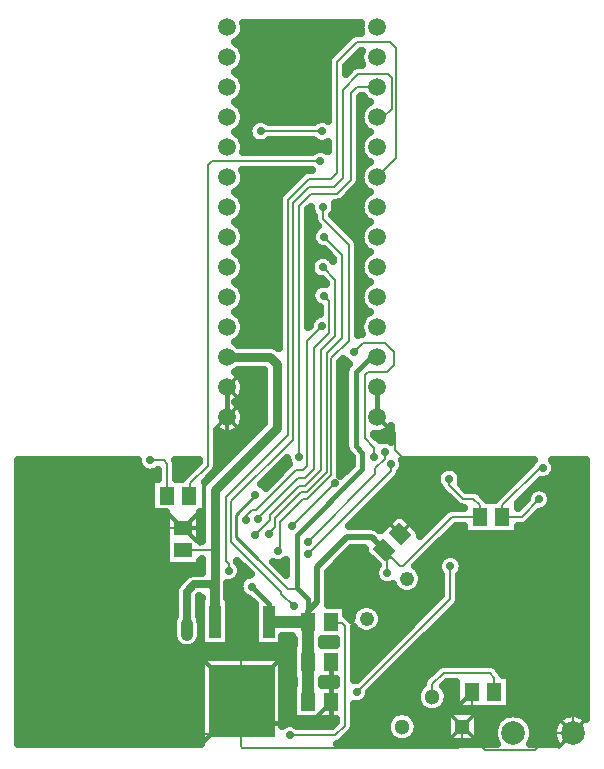
<source format=gbr>
G04 DipTrace 3.0.0.1*
G04 Bottom.gbr*
%MOIN*%
G04 #@! TF.FileFunction,Copper,L2,Bot*
G04 #@! TF.Part,Single*
%AMOUTLINE0*
4,1,4,
0.002783,-0.038974,
-0.038974,0.002783,
-0.002783,0.038974,
0.038974,-0.002783,
0.002783,-0.038974,
0*%
G04 #@! TA.AperFunction,Conductor*
%ADD10C,0.01*%
%ADD14C,0.007*%
%ADD16C,0.02*%
G04 #@! TA.AperFunction,CopperBalancing*
%ADD17C,0.025*%
G04 #@! TA.AperFunction,Conductor*
%ADD18C,0.04*%
%ADD19C,0.03*%
%ADD20C,0.03937*%
%ADD21C,0.018*%
%ADD22C,0.012*%
%ADD23C,0.015*%
G04 #@! TA.AperFunction,CopperBalancing*
%ADD24C,0.012992*%
G04 #@! TA.AperFunction,ComponentPad*
%ADD26C,0.059055*%
%ADD28R,0.03937X0.108268*%
%ADD29R,0.218504X0.242126*%
%ADD30R,0.059055X0.051181*%
%ADD31R,0.051181X0.059055*%
G04 #@! TA.AperFunction,ComponentPad*
%ADD33C,0.051181*%
%ADD34R,0.051181X0.051181*%
%ADD35C,0.07874*%
%ADD42C,0.048*%
G04 #@! TA.AperFunction,ViaPad*
%ADD43C,0.029*%
%ADD81OUTLINE0*%
%FSLAX26Y26*%
G04*
G70*
G90*
G75*
G01*
G04 Bottom*
%LPD*%
X871522Y1377690D2*
D14*
X915879D1*
X928871Y1364698D1*
Y1263123D1*
X925984Y1260236D1*
X993438Y832940D2*
D17*
Y939501D1*
X1018241Y964304D1*
X1072178D1*
X1083990Y952493D1*
Y841076D1*
X1086220Y838845D1*
X993438Y796457D2*
D18*
Y832940D1*
X1128084Y1721522D2*
D19*
X1270997D1*
X1293045Y1699475D1*
Y1485302D1*
X1086220Y1278478D1*
Y1077572D1*
Y838845D1*
X981102Y1077572D2*
D14*
X1086220D1*
X1265748Y838845D2*
D20*
X1305433D1*
D18*
X1397769D1*
Y706969D1*
X1398570Y706168D1*
Y573097D1*
X1397769Y838845D2*
D16*
Y875722D1*
X1427428Y905381D1*
Y1021522D1*
X1526772Y1120866D1*
X1609713D1*
X1652362Y1078215D1*
X1970735Y1189108D2*
D14*
X1876772D1*
X1713648Y1025984D1*
X1704594D1*
X1674104Y1056475D1*
X1652362Y1078215D1*
X1867717Y1315486D2*
Y1295801D1*
X1913123Y1250394D1*
X1948163D1*
X1970997Y1227559D1*
Y1189370D1*
X1970735Y1189108D1*
X1628084Y1721522D2*
D21*
X1606824D1*
X1557612Y1672310D1*
Y1425066D1*
X1579003Y1403675D1*
Y1348425D1*
X1359186Y1128609D1*
Y952589D1*
X1364400Y947375D1*
X1396063Y915713D1*
Y840551D1*
X1397769Y838845D1*
X1661680Y1001969D2*
D14*
Y1044051D1*
X1674104Y1056475D1*
X1222244Y1261614D2*
D10*
X1156168Y1195538D1*
Y1121391D1*
X1229274Y1048285D1*
D14*
X1330184Y947375D1*
X1364400D1*
X1209383Y957021D2*
D23*
X1267717Y898688D1*
Y840814D1*
X1265748Y838845D1*
X1811155Y589633D2*
D14*
Y631102D1*
X1849475Y669423D1*
X2002887D1*
X2018898Y653412D1*
Y606562D1*
X2018635Y606299D1*
X1943832D2*
Y522310D1*
X1911155Y489633D1*
X2279134Y468635D2*
X2207874D1*
X2152625Y413386D1*
X1987402D1*
X1911155Y489633D1*
X1931234Y965420D2*
Y963255D1*
X1342651Y1159449D2*
X1485958Y1302756D1*
X539895Y617192D2*
X610761D1*
X678740Y1217192D2*
Y1111286D1*
X677822Y1110367D1*
X758136D2*
X677822D1*
X758136D2*
Y1141339D1*
X770472Y1153675D1*
X979803D1*
X981102Y1152375D1*
X1628084Y1521522D2*
X1632546D1*
X1685958Y1468110D1*
Y1412073D1*
X1716667Y1381365D1*
Y1199475D1*
X1732808Y1183333D1*
Y1158661D1*
X1705256Y1131109D1*
X1628084Y1521522D2*
D21*
Y1621522D1*
X1931234Y965420D2*
D14*
X2262402D1*
X2291601Y936220D1*
Y567979D1*
X2281496Y557874D1*
Y470997D1*
X2279134Y468635D1*
X1172966Y577297D2*
X1173753D1*
X1175984Y575066D1*
X910761Y466798D2*
X1067717D1*
X1175984Y575066D1*
X1473373Y706168D2*
D23*
Y573097D1*
Y501969D1*
X1249081D1*
X1175984Y575066D1*
X1792257Y1211680D2*
D14*
X1785827D1*
X1705256Y1131109D1*
X539895Y617192D2*
X433596D1*
X424278Y626509D1*
Y1073622D1*
X459711Y1109055D1*
X677822D1*
Y1110367D1*
X1128084Y1621522D2*
D21*
Y1521522D1*
X1599869Y913255D2*
D14*
X1791470D1*
X1814173Y935958D1*
Y1035302D1*
X1850656Y1071785D1*
X1909580D1*
X1931234Y1050131D1*
Y965420D1*
X910761Y466798D2*
X690289D1*
X539895Y617192D1*
X1911155Y489633D2*
Y432808D1*
X1897507Y419160D1*
X1178084D1*
X1173228Y424016D1*
Y572310D1*
X1175984Y575066D1*
X1128084Y1521522D2*
D22*
Y1381627D1*
X1051706Y1305249D1*
Y1179790D1*
X1023491Y1151575D1*
X981903D1*
X981102Y1152375D1*
X1172835Y991076D2*
D14*
Y578215D1*
X1337008Y460499D2*
X1488320D1*
X1520341Y492520D1*
Y824541D1*
X1511024Y833858D1*
X1477559D1*
X1472572Y838845D1*
X1190289Y1179659D2*
X1184121Y1185827D1*
X1210630Y1212336D1*
X1225591D1*
X1358530Y1345276D1*
X1380184D1*
X1395276Y1360367D1*
Y1776378D1*
X1444094Y1825197D1*
X1229528Y1182546D2*
Y1185827D1*
X1363517Y1319816D1*
X1386745D1*
X1416798Y1349869D1*
Y1751181D1*
X1468373Y1802756D1*
Y1907612D1*
X1449344Y1926640D1*
X1220997Y1128609D2*
X1270735Y1178346D1*
Y1196325D1*
X1366929Y1292520D1*
X1388583D1*
X1440682Y1344619D1*
Y1745144D1*
X1488189Y1792651D1*
Y1980052D1*
X1446719Y2021522D1*
X1267585Y1130971D2*
Y1134514D1*
X1287795Y1154724D1*
Y1185564D1*
X1373097Y1270866D1*
X1393045D1*
X1460105Y1337927D1*
Y1734514D1*
X1511155Y1785564D1*
Y2062205D1*
X1451312Y2122047D1*
X1447244Y2221522D2*
Y2182808D1*
X1533333Y2096719D1*
Y1775853D1*
X1474934Y1717454D1*
Y1329134D1*
X1393045Y1247244D1*
X1380709D1*
X1304856Y1171391D1*
Y1069029D1*
X1297507Y1076378D1*
X1132677Y1009711D2*
Y1032546D1*
X1123491Y1041732D1*
Y1256168D1*
X1330577Y1463255D1*
Y2246325D1*
X1399213Y2314961D1*
X1473097D1*
X1493307Y2335171D1*
Y2704856D1*
X1561811Y2773360D1*
X1670735D1*
X1691995Y2752100D1*
Y2385433D1*
X1628084Y2321522D1*
X1239895Y2474934D2*
X1442651D1*
X1443570Y2474016D1*
X1628084Y2521522D2*
X1647507D1*
X1675722Y2549738D1*
Y2652887D1*
X1663911Y2664698D1*
X1564698D1*
X1512467Y2612467D1*
Y2320341D1*
X1482546Y2290420D1*
X1401444D1*
X1346063Y2235039D1*
Y1446325D1*
X1140289Y1240551D1*
Y1105774D1*
X1308793Y937270D1*
Y931759D1*
X1349344Y891207D1*
X1628084Y2621522D2*
X1560630D1*
X1540420Y2601312D1*
Y2312861D1*
X1494119Y2266560D1*
X1407899D1*
X1368241Y2226903D1*
Y1387927D1*
X1652887Y1406037D2*
Y1382546D1*
X1620997Y1350656D1*
Y1331759D1*
X1396063Y1106824D1*
X1673491Y1364042D2*
Y1340551D1*
X1398556Y1065617D1*
X1871522Y1024803D2*
Y916404D1*
X1561024Y605906D1*
X2045538Y1189108D2*
X2109318D1*
X2167454Y1247244D1*
X2179528Y1352100D2*
X2170341D1*
X2045538Y1227297D1*
Y1189108D1*
X1618898Y1387795D2*
Y1420341D1*
X1587795Y1451444D1*
Y1660892D1*
X1598819Y1671916D1*
X1662336D1*
X1684383Y1693963D1*
Y1739633D1*
X1654068Y1769948D1*
X1580446D1*
X1549213Y1738714D1*
X1438189Y2375328D2*
X1078609D1*
X1063780Y2360499D1*
Y1359186D1*
X1005118Y1300525D1*
Y1260236D1*
X1000787D1*
D43*
X871522Y1377690D3*
X993438Y832940D3*
Y796457D3*
Y832940D3*
X1867717Y1315486D3*
X1661680Y1001969D3*
X1222244Y1261614D3*
X1209383Y957021D3*
X1931234Y965420D3*
X1342651Y1159449D3*
X1485958Y1302756D3*
X539895Y617192D3*
X678740Y1217192D3*
X677822Y1110367D3*
X758136D3*
D3*
X1931234Y965420D3*
X1172966Y577297D3*
X910761Y466798D3*
X1792257Y1211680D3*
X539895Y617192D3*
X1599869Y913255D3*
X1931234Y965420D3*
X910761Y466798D3*
X539895Y617192D3*
X1172835Y991076D3*
X1337008Y460499D3*
X1190289Y1179659D3*
X1444094Y1825197D3*
X1229528Y1182546D3*
X1449344Y1926640D3*
X1220997Y1128609D3*
X1446719Y2021522D3*
X1267585Y1130971D3*
X1451312Y2122047D3*
X1447244Y2221522D3*
X1297507Y1076378D3*
X1132677Y1009711D3*
X1239895Y2474934D3*
X1443570Y2474016D3*
X1349344Y891207D3*
X1368241Y1387927D3*
X1652887Y1406037D3*
X1396063Y1106824D3*
X1673491Y1364042D3*
X1398556Y1065617D3*
X1871522Y1024803D3*
X1561024Y605906D3*
X2167454Y1247244D3*
X2179528Y1352100D3*
X1618898Y1387795D3*
X1549213Y1738714D3*
X1438189Y2375328D3*
X1185727Y2811647D2*
D17*
X1570424D1*
X1174546Y2786778D2*
X1530288D1*
X1169419Y2761909D2*
X1505434D1*
X1184409Y2737041D2*
X1480581D1*
X1185825Y2712172D2*
X1461733D1*
X1545542D2*
X1570327D1*
X1174936Y2687303D2*
X1460805D1*
X1525815D2*
X1542495D1*
X1168881Y2662434D2*
X1460805D1*
X1184262Y2637566D2*
X1460805D1*
X1185922Y2612697D2*
X1460805D1*
X1175327Y2587828D2*
X1460805D1*
X1572934D2*
X1580794D1*
X1168296Y2562959D2*
X1460805D1*
X1572934D2*
X1587883D1*
X1184116Y2538091D2*
X1460805D1*
X1185971Y2513222D2*
X1222719D1*
X1257065D2*
X1429067D1*
X1175717Y2488353D2*
X1198647D1*
X1167710Y2463484D2*
X1198012D1*
X1572934D2*
X1588429D1*
X1183921Y2438615D2*
X1218374D1*
X1261411D2*
X1420376D1*
X1186069Y2413747D2*
X1421352D1*
X1572934Y2364009D2*
X1589065D1*
X1183774Y2339140D2*
X1378969D1*
X1186118Y2314272D2*
X1353579D1*
X1176499Y2289403D2*
X1328725D1*
X1561899D2*
X1579653D1*
X1166489Y2264534D2*
X1304213D1*
X1536997D2*
X1589663D1*
X1183579Y2239665D2*
X1298061D1*
X1509897D2*
X1572573D1*
X1186215Y2214797D2*
X1298061D1*
X1490171D2*
X1569985D1*
X1176840Y2189928D2*
X1298061D1*
X1400717D2*
X1414721D1*
X1485044D2*
X1579311D1*
X1165854Y2165059D2*
X1298061D1*
X1400717D2*
X1420571D1*
X1509897D2*
X1590297D1*
X1183432Y2140190D2*
X1298061D1*
X1400717D2*
X1412080D1*
X1534799D2*
X1572768D1*
X1186264Y2115322D2*
X1298061D1*
X1400717D2*
X1408399D1*
X1559360D2*
X1569906D1*
X1177231Y2090453D2*
X1298061D1*
X1400717D2*
X1422671D1*
X1565854D2*
X1578969D1*
X1165171Y2065584D2*
X1298061D1*
X1400717D2*
X1462856D1*
X1565854D2*
X1590981D1*
X1183237Y2040715D2*
X1298061D1*
X1186313Y2015846D2*
X1298061D1*
X1177573Y1990978D2*
X1298061D1*
X1400717D2*
X1416860D1*
X1565854D2*
X1578596D1*
X1164536Y1966109D2*
X1298061D1*
X1400717D2*
X1435756D1*
X1565854D2*
X1591665D1*
X1183042Y1941240D2*
X1298061D1*
X1400717D2*
X1408560D1*
X1186362Y1916371D2*
X1298061D1*
X1177915Y1891503D2*
X1298061D1*
X1400717D2*
X1425698D1*
X1565854D2*
X1578248D1*
X1163803Y1866634D2*
X1298061D1*
X1400717D2*
X1435854D1*
X1565854D2*
X1592348D1*
X1182846Y1841765D2*
X1298061D1*
X1565854D2*
X1573368D1*
X1186411Y1816896D2*
X1298061D1*
X1178208Y1792028D2*
X1298061D1*
X1163071Y1767159D2*
X1298061D1*
X1507456Y1692552D2*
X1525942D1*
X1162338Y1667684D2*
X1249038D1*
X1507456D2*
X1519594D1*
X1182407Y1642815D2*
X1249038D1*
X1507456D2*
X1519594D1*
X1186508Y1617946D2*
X1249038D1*
X1507456D2*
X1519594D1*
X1178842Y1593077D2*
X1249038D1*
X1507456D2*
X1519594D1*
X1161557Y1568209D2*
X1249038D1*
X1507456D2*
X1519594D1*
X1182212Y1543340D2*
X1249038D1*
X1507456D2*
X1519594D1*
X1186508Y1518471D2*
X1249038D1*
X1507456D2*
X1519594D1*
X1179135Y1493602D2*
X1240151D1*
X1507456D2*
X1519594D1*
X1096274Y1468734D2*
X1106805D1*
X1149350D2*
X1215297D1*
X1507456D2*
X1519594D1*
X1649350D2*
X1672622D1*
X1096274Y1443865D2*
X1190395D1*
X1507456D2*
X1519594D1*
X1096274Y1418996D2*
X1165542D1*
X1507456D2*
X1520131D1*
X1096274Y1394127D2*
X1140688D1*
X1507456D2*
X1535854D1*
X433725Y1369259D2*
X828921D1*
X961020D2*
X1028921D1*
X1096274D2*
X1115860D1*
X1313901D2*
X1329262D1*
X1507456D2*
X1540981D1*
X1716635D2*
X2139809D1*
X2219272D2*
X2322182D1*
X433725Y1344390D2*
X845083D1*
X961362D2*
X1004067D1*
X1289047D2*
X1312710D1*
X1507456D2*
X1522280D1*
X1711997D2*
X1836147D1*
X1899301D2*
X2117690D1*
X2222299D2*
X2322182D1*
X433725Y1319521D2*
X896352D1*
X961362D2*
X979409D1*
X1264194D2*
X1287856D1*
X1697397D2*
X1824428D1*
X1911020D2*
X2092837D1*
X2206919D2*
X2322182D1*
X433725Y1294652D2*
X871401D1*
X1249008D2*
X1262950D1*
X1672495D2*
X1829897D1*
X1913803D2*
X2067983D1*
X2157797D2*
X2322182D1*
X433725Y1269783D2*
X871401D1*
X1647641D2*
X1848794D1*
X1973715D2*
X2043081D1*
X2204184D2*
X2322182D1*
X433725Y1244915D2*
X871401D1*
X1622788D2*
X1873696D1*
X2108090D2*
X2120180D1*
X2210874D2*
X2322182D1*
X433725Y1220046D2*
X871401D1*
X1597934D2*
X1916128D1*
X2200620D2*
X2322182D1*
X433725Y1195177D2*
X922573D1*
X1573032D2*
X1691469D1*
X1713521D2*
X1837905D1*
X2160337D2*
X2322182D1*
X433725Y1170308D2*
X922573D1*
X1548178D2*
X1662710D1*
X1742221D2*
X1813051D1*
X2135434D2*
X2322182D1*
X433725Y1145440D2*
X922573D1*
X1766977D2*
X1788198D1*
X1878012D2*
X1916128D1*
X2100131D2*
X2322182D1*
X433725Y1120571D2*
X922573D1*
X1853159D2*
X2322182D1*
X433725Y1095702D2*
X922573D1*
X1828305D2*
X2322182D1*
X433725Y1070833D2*
X922573D1*
X1530844D2*
X1586440D1*
X1803403D2*
X2322182D1*
X433725Y1045965D2*
X922573D1*
X1505991D2*
X1608462D1*
X1778549D2*
X1833901D1*
X1909116D2*
X2322182D1*
X433725Y1021096D2*
X1042202D1*
X1301401D2*
X1321206D1*
X1481137D2*
X1622915D1*
X1762924D2*
X1828188D1*
X1914878D2*
X2322182D1*
X433725Y996227D2*
X993325D1*
X1173911D2*
X1194887D1*
X1466440D2*
X1618569D1*
X1778305D2*
X1839028D1*
X1904038D2*
X2322182D1*
X433725Y971358D2*
X967641D1*
X1149692D2*
X1168471D1*
X1466440D2*
X1631899D1*
X1778647D2*
X1839028D1*
X1904038D2*
X2322182D1*
X433725Y946490D2*
X952553D1*
X1130210D2*
X1167251D1*
X1466440D2*
X1689858D1*
X1764194D2*
X1839028D1*
X1904038D2*
X2322182D1*
X433725Y921621D2*
X951919D1*
X1130210D2*
X1186196D1*
X1466440D2*
X1831801D1*
X1904038D2*
X2322182D1*
X433725Y896752D2*
X951919D1*
X1134897D2*
X1217055D1*
X1465415D2*
X1574184D1*
X1611167D2*
X1806948D1*
X1896713D2*
X2322182D1*
X433725Y871883D2*
X951919D1*
X1134897D2*
X1217055D1*
X1527182D2*
X1545229D1*
X1640122D2*
X1782094D1*
X1871909D2*
X2322182D1*
X433725Y847014D2*
X946596D1*
X1134897D2*
X1217055D1*
X1645639D2*
X1757192D1*
X1847055D2*
X2322182D1*
X433725Y822146D2*
X944448D1*
X1134897D2*
X1217055D1*
X1638022D2*
X1732338D1*
X1822202D2*
X2322182D1*
X433725Y797277D2*
X944448D1*
X1134897D2*
X1217055D1*
X1552817D2*
X1707485D1*
X1797299D2*
X2322182D1*
X433725Y772408D2*
X951137D1*
X1134897D2*
X1217055D1*
X1314438D2*
X1348745D1*
X1446762D2*
X1487856D1*
X1552817D2*
X1682583D1*
X1772446D2*
X2322182D1*
X433725Y747539D2*
X1343960D1*
X1552817D2*
X1657729D1*
X1747592D2*
X2322182D1*
X433725Y722671D2*
X1343960D1*
X1552817D2*
X1632876D1*
X1722739D2*
X2322182D1*
X433725Y697802D2*
X1037710D1*
X1314243D2*
X1343960D1*
X1552817D2*
X1607973D1*
X1697837D2*
X1837270D1*
X2015122D2*
X2322182D1*
X433725Y672933D2*
X1037710D1*
X1314243D2*
X1343960D1*
X1552817D2*
X1583120D1*
X1672983D2*
X1808071D1*
X2044174D2*
X2322182D1*
X433725Y648064D2*
X1037710D1*
X1314243D2*
X1349575D1*
X1447592D2*
X1487856D1*
X1648129D2*
X1783901D1*
X2073227D2*
X2322182D1*
X433725Y623196D2*
X1037710D1*
X1314243D2*
X1343960D1*
X1623227D2*
X1768813D1*
X1853501D2*
X1889223D1*
X2073227D2*
X2322182D1*
X433725Y598327D2*
X1037710D1*
X1314243D2*
X1343960D1*
X1603794D2*
X1757290D1*
X1865024D2*
X1889223D1*
X2073227D2*
X2322182D1*
X433725Y573458D2*
X1037710D1*
X1314243D2*
X1343960D1*
X1588608D2*
X1759145D1*
X1863169D2*
X1889223D1*
X2073227D2*
X2322182D1*
X433725Y548589D2*
X1037710D1*
X1314243D2*
X1343960D1*
X1552817D2*
X1776577D1*
X1845737D2*
X2322182D1*
X433725Y523720D2*
X1037710D1*
X1314243D2*
X1343960D1*
X1552817D2*
X1669253D1*
X1753061D2*
X1856557D1*
X1965756D2*
X2043667D1*
X2120883D2*
X2240493D1*
X433725Y498852D2*
X1037710D1*
X1353989D2*
X1481753D1*
X1552817D2*
X1657387D1*
X1764926D2*
X1856557D1*
X1965756D2*
X2021254D1*
X2143296D2*
X2218081D1*
X433725Y473983D2*
X1037710D1*
X1546421D2*
X1658950D1*
X1763315D2*
X1856557D1*
X1965756D2*
X2014126D1*
X2150424D2*
X2211001D1*
X433725Y449114D2*
X1037710D1*
X1521860D2*
X1675942D1*
X1746372D2*
X1856557D1*
X1965756D2*
X2016860D1*
X2147690D2*
X2213735D1*
X1183939Y2817126D2*
X1182564Y2808443D1*
X1179847Y2800081D1*
X1175855Y2792248D1*
X1170688Y2785135D1*
X1164471Y2778919D1*
X1157358Y2773751D1*
X1153520Y2771443D1*
X1161016Y2766850D1*
X1167701Y2761140D1*
X1173411Y2754454D1*
X1178005Y2746958D1*
X1181369Y2738836D1*
X1183422Y2730287D1*
X1184112Y2721522D1*
X1183422Y2712758D1*
X1181369Y2704209D1*
X1178005Y2696086D1*
X1173411Y2688590D1*
X1167701Y2681905D1*
X1161016Y2676195D1*
X1153348Y2671522D1*
X1161016Y2666850D1*
X1167701Y2661140D1*
X1173411Y2654454D1*
X1178005Y2646958D1*
X1181369Y2638836D1*
X1183422Y2630287D1*
X1184112Y2621522D1*
X1183422Y2612758D1*
X1181369Y2604209D1*
X1178005Y2596086D1*
X1173411Y2588590D1*
X1167701Y2581905D1*
X1161016Y2576195D1*
X1153348Y2571522D1*
X1161016Y2566850D1*
X1167701Y2561140D1*
X1173411Y2554454D1*
X1178005Y2546958D1*
X1181369Y2538836D1*
X1183422Y2530287D1*
X1184112Y2521522D1*
X1183422Y2512758D1*
X1181369Y2504209D1*
X1178005Y2496086D1*
X1173411Y2488590D1*
X1167701Y2481905D1*
X1161016Y2476195D1*
X1153348Y2471522D1*
X1161016Y2466850D1*
X1167701Y2461140D1*
X1173411Y2454454D1*
X1178005Y2446958D1*
X1181369Y2438836D1*
X1183422Y2430287D1*
X1184112Y2421522D1*
X1183422Y2412758D1*
X1181682Y2405317D1*
X1410201Y2405328D1*
X1416767Y2410286D1*
X1422499Y2413207D1*
X1428618Y2415195D1*
X1434972Y2416202D1*
X1441406D1*
X1447760Y2415195D1*
X1453879Y2413207D1*
X1459611Y2410286D1*
X1463305Y2407696D1*
X1463307Y2438051D1*
X1456239Y2435022D1*
X1449983Y2433521D1*
X1443570Y2433016D1*
X1437156Y2433521D1*
X1430900Y2435022D1*
X1424956Y2437484D1*
X1419470Y2440846D1*
X1414680Y2444930D1*
X1267797Y2444934D1*
X1261317Y2439976D1*
X1255585Y2437055D1*
X1249466Y2435067D1*
X1243112Y2434061D1*
X1236678D1*
X1230324Y2435067D1*
X1224205Y2437055D1*
X1218473Y2439976D1*
X1213268Y2443758D1*
X1208718Y2448307D1*
X1204937Y2453512D1*
X1202016Y2459244D1*
X1200028Y2465363D1*
X1199021Y2471718D1*
Y2478151D1*
X1200028Y2484506D1*
X1202016Y2490624D1*
X1204937Y2496357D1*
X1208718Y2501562D1*
X1213268Y2506111D1*
X1218473Y2509893D1*
X1224205Y2512813D1*
X1230324Y2514802D1*
X1236678Y2515808D1*
X1243112D1*
X1249466Y2514802D1*
X1255585Y2512813D1*
X1261317Y2509893D1*
X1267787Y2504942D1*
X1416942Y2505192D1*
X1422147Y2508974D1*
X1427880Y2511895D1*
X1433998Y2513883D1*
X1440353Y2514889D1*
X1446786D1*
X1453141Y2513883D1*
X1459260Y2511895D1*
X1463307Y2510171D1*
X1463399Y2707209D1*
X1464775Y2714126D1*
X1467728Y2720531D1*
X1472094Y2726069D1*
X1542328Y2796172D1*
X1548191Y2800090D1*
X1554808Y2802531D1*
X1561811Y2803360D1*
X1575043D1*
X1572746Y2812758D1*
X1572056Y2821522D1*
X1572746Y2830287D1*
X1574141Y2836504D1*
X1182081Y2836516D1*
X1183422Y2830287D1*
X1184112Y2821522D1*
X1183939Y2817126D1*
Y2317126D2*
X1182564Y2308443D1*
X1179847Y2300081D1*
X1175855Y2292248D1*
X1170688Y2285135D1*
X1164471Y2278919D1*
X1157358Y2273751D1*
X1153520Y2271443D1*
X1161016Y2266850D1*
X1167701Y2261140D1*
X1173411Y2254454D1*
X1178005Y2246958D1*
X1181369Y2238836D1*
X1183422Y2230287D1*
X1184112Y2221522D1*
X1183422Y2212758D1*
X1181369Y2204209D1*
X1178005Y2196086D1*
X1173411Y2188590D1*
X1167701Y2181905D1*
X1161016Y2176195D1*
X1153348Y2171522D1*
X1161016Y2166850D1*
X1167701Y2161140D1*
X1173411Y2154454D1*
X1178005Y2146958D1*
X1181369Y2138836D1*
X1183422Y2130287D1*
X1184112Y2121522D1*
X1183422Y2112758D1*
X1181369Y2104209D1*
X1178005Y2096086D1*
X1173411Y2088590D1*
X1167701Y2081905D1*
X1161016Y2076195D1*
X1153348Y2071522D1*
X1161016Y2066850D1*
X1167701Y2061140D1*
X1173411Y2054454D1*
X1178005Y2046958D1*
X1181369Y2038836D1*
X1183422Y2030287D1*
X1184112Y2021522D1*
X1183422Y2012758D1*
X1181369Y2004209D1*
X1178005Y1996086D1*
X1173411Y1988590D1*
X1167701Y1981905D1*
X1161016Y1976195D1*
X1153348Y1971522D1*
X1161016Y1966850D1*
X1167701Y1961140D1*
X1173411Y1954454D1*
X1178005Y1946958D1*
X1181369Y1938836D1*
X1183422Y1930287D1*
X1184112Y1921522D1*
X1183422Y1912758D1*
X1181369Y1904209D1*
X1178005Y1896086D1*
X1173411Y1888590D1*
X1167701Y1881905D1*
X1161016Y1876195D1*
X1153348Y1871522D1*
X1161016Y1866850D1*
X1167701Y1861140D1*
X1173411Y1854454D1*
X1178005Y1846958D1*
X1181369Y1838836D1*
X1183422Y1830287D1*
X1184112Y1821522D1*
X1183422Y1812758D1*
X1181369Y1804209D1*
X1178005Y1796086D1*
X1173411Y1788590D1*
X1167701Y1781905D1*
X1161016Y1776195D1*
X1153348Y1771522D1*
X1161016Y1766850D1*
X1165670Y1763018D1*
X1274253Y1762894D1*
X1280685Y1761876D1*
X1286879Y1759863D1*
X1292681Y1756907D1*
X1297949Y1753079D1*
X1300577Y1750755D1*
X1300670Y2248679D1*
X1302046Y2255596D1*
X1304998Y2262000D1*
X1309364Y2267539D1*
X1379729Y2337773D1*
X1385593Y2341691D1*
X1392209Y2344132D1*
X1399213Y2344961D1*
X1410687D1*
X1388189Y2345328D1*
X1178765D1*
X1181369Y2338836D1*
X1183422Y2330287D1*
X1184112Y2321522D1*
X1183939Y2317126D1*
X1165670Y1680027D2*
X1161016Y1676195D1*
X1153348Y1671522D1*
X1159604Y1667843D1*
X1165504Y1663222D1*
X1170734Y1657855D1*
X1175202Y1651837D1*
X1178826Y1645277D1*
X1181543Y1638293D1*
X1183303Y1631008D1*
X1184112Y1621522D1*
X1183610Y1614045D1*
X1182116Y1606701D1*
X1179654Y1599622D1*
X1176270Y1592935D1*
X1172023Y1586760D1*
X1166991Y1581207D1*
X1161262Y1576375D1*
X1153353Y1571529D1*
X1159604Y1567843D1*
X1165504Y1563222D1*
X1170734Y1557855D1*
X1175202Y1551837D1*
X1178826Y1545277D1*
X1181543Y1538293D1*
X1183303Y1531008D1*
X1184112Y1521522D1*
X1183610Y1514045D1*
X1182116Y1506701D1*
X1179654Y1499622D1*
X1176270Y1492935D1*
X1172023Y1486760D1*
X1166991Y1481207D1*
X1161262Y1476375D1*
X1154940Y1472351D1*
X1148137Y1469206D1*
X1140975Y1466998D1*
X1133583Y1465765D1*
X1126092Y1465530D1*
X1118637Y1466297D1*
X1111351Y1468052D1*
X1104365Y1470763D1*
X1097802Y1474383D1*
X1093776Y1477229D1*
X1093687Y1356833D1*
X1092311Y1349916D1*
X1089359Y1343511D1*
X1084993Y1337973D1*
X1052848Y1305829D1*
X1054664Y1305430D1*
X1127586Y1378533D1*
X1251572Y1502519D1*
X1251545Y1679980D1*
X1165773Y1680022D1*
X1675097Y1491055D2*
X1670429Y1484835D1*
X1665154Y1479511D1*
X1659215Y1474940D1*
X1652720Y1471202D1*
X1645783Y1468364D1*
X1638530Y1466477D1*
X1631090Y1465575D1*
X1623597Y1465675D1*
X1617803Y1466459D1*
X1617847Y1463818D1*
X1637585Y1444080D1*
X1643316Y1445904D1*
X1649670Y1446910D1*
X1656104D1*
X1662458Y1445904D1*
X1668577Y1443916D1*
X1675094Y1440471D1*
X1675098Y1491004D1*
X1576501Y1799691D2*
X1573604Y1808443D1*
X1572229Y1817126D1*
Y1825918D1*
X1573604Y1834602D1*
X1576321Y1842963D1*
X1580313Y1850797D1*
X1585480Y1857909D1*
X1591697Y1864126D1*
X1598810Y1869294D1*
X1602648Y1871601D1*
X1595152Y1876195D1*
X1588467Y1881905D1*
X1582757Y1888590D1*
X1578163Y1896086D1*
X1574799Y1904209D1*
X1572746Y1912758D1*
X1572056Y1921522D1*
X1572746Y1930287D1*
X1574799Y1938836D1*
X1578163Y1946958D1*
X1582757Y1954454D1*
X1588467Y1961140D1*
X1595152Y1966850D1*
X1602820Y1971522D1*
X1595152Y1976195D1*
X1588467Y1981905D1*
X1582757Y1988590D1*
X1578163Y1996086D1*
X1574799Y2004209D1*
X1572746Y2012758D1*
X1572056Y2021522D1*
X1572746Y2030287D1*
X1574799Y2038836D1*
X1578163Y2046958D1*
X1582757Y2054454D1*
X1588467Y2061140D1*
X1595152Y2066850D1*
X1602820Y2071522D1*
X1595152Y2076195D1*
X1588467Y2081905D1*
X1582757Y2088590D1*
X1578163Y2096086D1*
X1574799Y2104209D1*
X1572746Y2112758D1*
X1572056Y2121522D1*
X1572746Y2130287D1*
X1574799Y2138836D1*
X1578163Y2146958D1*
X1582757Y2154454D1*
X1588467Y2161140D1*
X1595152Y2166850D1*
X1602820Y2171522D1*
X1595152Y2176195D1*
X1588467Y2181905D1*
X1582757Y2188590D1*
X1578163Y2196086D1*
X1574799Y2204209D1*
X1572746Y2212758D1*
X1572056Y2221522D1*
X1572746Y2230287D1*
X1574799Y2238836D1*
X1578163Y2246958D1*
X1582757Y2254454D1*
X1588467Y2261140D1*
X1595152Y2266850D1*
X1602820Y2271522D1*
X1595152Y2276195D1*
X1588467Y2281905D1*
X1582757Y2288590D1*
X1578163Y2296086D1*
X1574799Y2304209D1*
X1572746Y2312758D1*
X1572056Y2321522D1*
X1572746Y2330287D1*
X1574799Y2338836D1*
X1578163Y2346958D1*
X1582757Y2354454D1*
X1588467Y2361140D1*
X1595152Y2366850D1*
X1602820Y2371522D1*
X1595152Y2376195D1*
X1588467Y2381905D1*
X1582757Y2388590D1*
X1578163Y2396086D1*
X1574799Y2404209D1*
X1572746Y2412758D1*
X1572056Y2421522D1*
X1572746Y2430287D1*
X1574799Y2438836D1*
X1578163Y2446958D1*
X1582757Y2454454D1*
X1588467Y2461140D1*
X1595152Y2466850D1*
X1602820Y2471522D1*
X1595152Y2476195D1*
X1588467Y2481905D1*
X1582757Y2488590D1*
X1578163Y2496086D1*
X1574799Y2504209D1*
X1572746Y2512758D1*
X1572056Y2521522D1*
X1572746Y2530287D1*
X1574799Y2538836D1*
X1578163Y2546958D1*
X1582757Y2554454D1*
X1588467Y2561140D1*
X1595152Y2566850D1*
X1602820Y2571522D1*
X1595152Y2576195D1*
X1588467Y2581905D1*
X1582757Y2588590D1*
X1580800Y2591519D1*
X1573004Y2591470D1*
X1570420Y2588812D1*
X1570328Y2310507D1*
X1568952Y2303590D1*
X1565999Y2297186D1*
X1561633Y2291648D1*
X1513603Y2243748D1*
X1507739Y2239830D1*
X1501123Y2237389D1*
X1494110Y2236561D1*
X1486237Y2234192D1*
X1487739Y2227936D1*
X1488244Y2221522D1*
X1487739Y2215108D1*
X1486237Y2208853D1*
X1483775Y2202909D1*
X1480414Y2197423D1*
X1478020Y2194461D1*
X1556146Y2116203D1*
X1560064Y2110339D1*
X1562505Y2103723D1*
X1563333Y2096719D1*
Y1794620D1*
X1568966Y1797664D1*
X1575762Y1799579D1*
X1578944Y2694692D2*
X1576321Y2700081D1*
X1573604Y2708443D1*
X1572229Y2717126D1*
Y2725918D1*
X1573604Y2734602D1*
X1576501Y2743353D1*
X1574185Y2743307D1*
X1523307Y2692356D1*
Y2665744D1*
X1545215Y2687510D1*
X1551078Y2691428D1*
X1557695Y2693869D1*
X1564698Y2694698D1*
X1578907D1*
X1127707Y919479D2*
X1132406D1*
Y758211D1*
X1040035D1*
Y919479D1*
X1044674D1*
X1034434Y925304D1*
X1032438Y914501D1*
Y858300D1*
X1036399Y850734D1*
X1038654Y843795D1*
X1039795Y836588D1*
X1039938Y796457D1*
X1039366Y789182D1*
X1037662Y782087D1*
X1034870Y775346D1*
X1031058Y769125D1*
X1026319Y763576D1*
X1020770Y758837D1*
X1014549Y755025D1*
X1007808Y752233D1*
X1000713Y750529D1*
X993438Y749957D1*
X986164Y750529D1*
X979069Y752233D1*
X972328Y755025D1*
X966106Y758837D1*
X960558Y763576D1*
X955819Y769125D1*
X952006Y775346D1*
X949214Y782087D1*
X947511Y789182D1*
X946938Y796457D1*
X947082Y836588D1*
X948223Y843795D1*
X950478Y850734D1*
X954432Y858196D1*
X954558Y942561D1*
X955516Y948606D1*
X957407Y954426D1*
X960185Y959879D1*
X963782Y964830D1*
X992913Y993960D1*
X997864Y997558D1*
X1003317Y1000336D1*
X1009137Y1002227D1*
X1015182Y1003184D1*
X1044755Y1003305D1*
X1044720Y1047585D1*
X1037130Y1042162D1*
Y1025481D1*
X925075D1*
Y1204209D1*
X873894D1*
Y1316264D1*
X898845D1*
X898871Y1347157D1*
X892945Y1342732D1*
X887212Y1339811D1*
X881094Y1337823D1*
X874739Y1336817D1*
X868305D1*
X861951Y1337823D1*
X855832Y1339811D1*
X850100Y1342732D1*
X844895Y1346514D1*
X840346Y1351063D1*
X836564Y1356268D1*
X833643Y1362000D1*
X831655Y1368119D1*
X830649Y1374473D1*
X830606Y1379814D1*
X431247Y1379823D1*
X431201Y431239D1*
X1040234Y431201D1*
X1040232Y722629D1*
X1311736D1*
Y492775D1*
X1318394Y497030D1*
X1324338Y499492D1*
X1330594Y500994D1*
X1337008Y501499D1*
X1343422Y500994D1*
X1349678Y499492D1*
X1355621Y497030D1*
X1361107Y493668D1*
X1364900Y490506D1*
X1475946Y490551D1*
X1490341Y505020D1*
Y517080D1*
X1346479Y517069D1*
Y629125D1*
X1352094D1*
X1352069Y650099D1*
X1346479Y650140D1*
Y762195D1*
X1351313D1*
X1351269Y782799D1*
X1345679Y782817D1*
Y792339D1*
X1311978Y792345D1*
X1311933Y758211D1*
X1219563D1*
Y898787D1*
X1201518Y916803D1*
X1193693Y919142D1*
X1187961Y922063D1*
X1182756Y925844D1*
X1178207Y930394D1*
X1174425Y935599D1*
X1171504Y941331D1*
X1169516Y947450D1*
X1168510Y953804D1*
Y960238D1*
X1169516Y966592D1*
X1171504Y972711D1*
X1174425Y978443D1*
X1178207Y983648D1*
X1182756Y988198D1*
X1187961Y991979D1*
X1193693Y994900D1*
X1199812Y996888D1*
X1205779Y997849D1*
X1160901Y1042736D1*
X1161850Y1039540D1*
X1167635Y1031134D1*
X1170556Y1025401D1*
X1172544Y1019283D1*
X1173551Y1012928D1*
Y1006494D1*
X1172544Y1000140D1*
X1170556Y994021D1*
X1167635Y988289D1*
X1163854Y983084D1*
X1159305Y978535D1*
X1154100Y974753D1*
X1148367Y971832D1*
X1142248Y969844D1*
X1135894Y968838D1*
X1127724Y969043D1*
X1127721Y919516D1*
X1037130Y1204202D2*
Y1107581D1*
X1044725Y1107572D1*
X1044720Y1204184D1*
X1037107Y1204209D1*
X1445063Y629125D2*
X1490335D1*
X1490341Y650186D1*
X1445063Y650140D1*
X1445070Y629166D1*
X1444282Y762195D2*
X1490335D1*
X1490341Y782803D1*
X1444243Y782817D1*
X1444269Y762234D1*
X1629537Y1027374D2*
X1591950Y1065423D1*
X1588906Y1070858D1*
X1587215Y1076853D1*
X1586971Y1083086D1*
X1584713Y1084366D1*
X1541890D1*
X1463951Y1006427D1*
X1463815Y902517D1*
X1462916Y896849D1*
X1470482Y894872D1*
X1524663D1*
Y860546D1*
X1530507Y856670D1*
X1541561Y845747D1*
X1542807Y856753D1*
X1544657Y864458D1*
X1547689Y871780D1*
X1551830Y878536D1*
X1556976Y884562D1*
X1563002Y889708D1*
X1569759Y893849D1*
X1577080Y896881D1*
X1584785Y898731D1*
X1592685Y899353D1*
X1600585Y898731D1*
X1608290Y896881D1*
X1615612Y893849D1*
X1622368Y889708D1*
X1628394Y884562D1*
X1633540Y878536D1*
X1637681Y871780D1*
X1640713Y864458D1*
X1642563Y856753D1*
X1643185Y848853D1*
X1642563Y840953D1*
X1640713Y833248D1*
X1637681Y825926D1*
X1633540Y819170D1*
X1628394Y813144D1*
X1622368Y807998D1*
X1615612Y803857D1*
X1608290Y800825D1*
X1600585Y798975D1*
X1592685Y798353D1*
X1584785Y798975D1*
X1577080Y800825D1*
X1569759Y803857D1*
X1563002Y807998D1*
X1556976Y813144D1*
X1551830Y819170D1*
X1550341Y821398D1*
Y645488D1*
X1557807Y646779D1*
X1559528Y646847D1*
X1841522Y928904D1*
Y996824D1*
X1836564Y1003381D1*
X1833643Y1009113D1*
X1831655Y1015232D1*
X1830649Y1021586D1*
Y1028020D1*
X1831655Y1034374D1*
X1833643Y1040493D1*
X1836564Y1046226D1*
X1840346Y1051431D1*
X1844895Y1055980D1*
X1850100Y1059761D1*
X1855832Y1062682D1*
X1861951Y1064670D1*
X1868305Y1065677D1*
X1874739D1*
X1881094Y1064670D1*
X1887212Y1062682D1*
X1892945Y1059761D1*
X1898150Y1055980D1*
X1902699Y1051431D1*
X1906481Y1046226D1*
X1909401Y1040493D1*
X1911389Y1034374D1*
X1912396Y1028020D1*
Y1021586D1*
X1911389Y1015232D1*
X1909401Y1009113D1*
X1906481Y1003381D1*
X1901529Y996911D1*
X1901430Y914050D1*
X1900054Y907134D1*
X1897102Y900729D1*
X1892736Y895191D1*
X1601986Y604442D1*
X1600891Y596334D1*
X1598903Y590215D1*
X1595982Y584483D1*
X1592200Y579278D1*
X1587651Y574729D1*
X1582446Y570947D1*
X1576714Y568026D1*
X1570595Y566038D1*
X1564240Y565032D1*
X1557807D1*
X1550351Y566349D1*
X1550249Y490166D1*
X1548873Y483249D1*
X1545921Y476845D1*
X1541555Y471306D1*
X1507804Y437686D1*
X1501940Y433768D1*
X1495315Y431326D1*
X1693701Y431201D1*
X2028125D1*
X2023593Y438731D1*
X2019637Y448280D1*
X2017224Y458331D1*
X2016413Y468635D1*
X2017224Y478940D1*
X2019637Y488990D1*
X2023593Y498540D1*
X2028993Y507353D1*
X2035706Y515212D1*
X2043566Y521925D1*
X2052379Y527326D1*
X2061928Y531281D1*
X2071979Y533694D1*
X2082283Y534505D1*
X2092588Y533694D1*
X2102638Y531281D1*
X2112188Y527326D1*
X2121001Y521925D1*
X2128861Y515212D1*
X2135573Y507353D1*
X2140974Y498540D1*
X2144930Y488990D1*
X2147343Y478940D1*
X2148154Y468635D1*
X2147343Y458331D1*
X2144930Y448280D1*
X2140974Y438731D1*
X2136438Y431211D1*
X2224902Y431201D1*
X2219733Y440168D1*
X2216111Y449479D1*
X2213939Y459230D1*
X2213266Y469198D1*
X2214109Y479153D1*
X2216447Y488866D1*
X2220228Y498113D1*
X2225363Y506683D1*
X2231736Y514377D1*
X2239199Y521019D1*
X2247580Y526456D1*
X2256687Y530563D1*
X2266311Y533245D1*
X2276229Y534441D1*
X2286215Y534124D1*
X2296037Y532299D1*
X2305471Y529011D1*
X2314299Y524334D1*
X2322318Y518375D1*
X2324699Y516190D1*
X2324705Y1379785D1*
X2209714Y1379823D1*
X2214486Y1373522D1*
X2217407Y1367790D1*
X2219395Y1361671D1*
X2220401Y1355317D1*
Y1348883D1*
X2219395Y1342528D1*
X2217407Y1336410D1*
X2214486Y1330677D1*
X2210704Y1325472D1*
X2206155Y1320923D1*
X2200950Y1317141D1*
X2195218Y1314221D1*
X2189099Y1312233D1*
X2182744Y1311226D1*
X2176311D1*
X2172411Y1311744D1*
X2097607Y1236939D1*
X2097629Y1219891D1*
X2126463Y1248680D1*
X2127587Y1256815D1*
X2129575Y1262934D1*
X2132496Y1268667D1*
X2136277Y1273871D1*
X2140827Y1278421D1*
X2146032Y1282202D1*
X2151764Y1285123D1*
X2157883Y1287111D1*
X2164237Y1288118D1*
X2170671D1*
X2177025Y1287111D1*
X2183144Y1285123D1*
X2188877Y1282202D1*
X2194081Y1278421D1*
X2198631Y1273871D1*
X2202412Y1268667D1*
X2205333Y1262934D1*
X2207321Y1256815D1*
X2208328Y1250461D1*
Y1244027D1*
X2207321Y1237673D1*
X2205333Y1231554D1*
X2202412Y1225822D1*
X2198631Y1220617D1*
X2194081Y1216067D1*
X2188877Y1212286D1*
X2183144Y1209365D1*
X2177025Y1207377D1*
X2168949Y1206303D1*
X2128801Y1166295D1*
X2122937Y1162377D1*
X2116321Y1159936D1*
X2109318Y1159108D1*
X2097648D1*
X2097629Y1133080D1*
X1918645D1*
Y1159105D1*
X1889146Y1159056D1*
X1755217Y1025126D1*
X1762743Y1018911D1*
X1767889Y1012885D1*
X1772030Y1006129D1*
X1775062Y998807D1*
X1776912Y991102D1*
X1777534Y983202D1*
X1776912Y975302D1*
X1775062Y967597D1*
X1772030Y960276D1*
X1767889Y953519D1*
X1762743Y947493D1*
X1756717Y942347D1*
X1749961Y938206D1*
X1742639Y935174D1*
X1734934Y933324D1*
X1727034Y932702D1*
X1719134Y933324D1*
X1711429Y935174D1*
X1704108Y938206D1*
X1697351Y942347D1*
X1691325Y947493D1*
X1686179Y953519D1*
X1682038Y960276D1*
X1679880Y965228D1*
X1674349Y962975D1*
X1668094Y961473D1*
X1661680Y960969D1*
X1655266Y961473D1*
X1649010Y962975D1*
X1643066Y965437D1*
X1637581Y968799D1*
X1632688Y972977D1*
X1628510Y977869D1*
X1625149Y983355D1*
X1622686Y989299D1*
X1621185Y995555D1*
X1620680Y1001969D1*
X1621185Y1008382D1*
X1622686Y1014638D1*
X1625149Y1020582D1*
X1629546Y1027381D1*
X1621447Y1035465D1*
X1649312Y1154399D2*
X1686896Y1191522D1*
X1692332Y1194566D1*
X1698327Y1196257D1*
X1704552Y1196501D1*
X1710662Y1195286D1*
X1716319Y1192678D1*
X1721211Y1188821D1*
X1764381Y1145536D1*
X1767842Y1140357D1*
X1769998Y1134512D1*
X1770730Y1128326D1*
X1770647Y1126239D1*
X1771985Y1126747D1*
X1857288Y1211920D1*
X1863152Y1215838D1*
X1869768Y1218279D1*
X1876772Y1219108D1*
X1918617D1*
X1913123Y1220394D1*
X1906120Y1221223D1*
X1899504Y1223663D1*
X1893640Y1227581D1*
X1844904Y1276317D1*
X1840986Y1282181D1*
X1838725Y1286494D1*
X1834547Y1291386D1*
X1831185Y1296872D1*
X1828723Y1302816D1*
X1827221Y1309072D1*
X1826717Y1315486D1*
X1827221Y1321899D1*
X1828723Y1328155D1*
X1831185Y1334099D1*
X1834547Y1339585D1*
X1838725Y1344477D1*
X1843617Y1348655D1*
X1849103Y1352017D1*
X1855047Y1354479D1*
X1861303Y1355981D1*
X1867717Y1356486D1*
X1874130Y1355981D1*
X1880386Y1354479D1*
X1886330Y1352017D1*
X1891816Y1348655D1*
X1896708Y1344477D1*
X1900886Y1339585D1*
X1904248Y1334099D1*
X1906710Y1328155D1*
X1908212Y1321899D1*
X1908717Y1315486D1*
X1908212Y1309072D1*
X1906710Y1302816D1*
X1905748Y1300208D1*
X1925623Y1280394D1*
X1950517Y1280301D1*
X1957433Y1278925D1*
X1963838Y1275973D1*
X1969376Y1271607D1*
X1993810Y1247043D1*
X1995273Y1245185D1*
X2021426Y1245135D1*
X2024325Y1248510D1*
X2140534Y1364769D1*
X2142996Y1370713D1*
X2146358Y1376199D1*
X2149367Y1379826D1*
X1711370Y1379732D1*
X1713358Y1373613D1*
X1714364Y1367259D1*
Y1360825D1*
X1713358Y1354471D1*
X1711370Y1348352D1*
X1708449Y1342620D1*
X1704667Y1337415D1*
X1703105Y1335725D1*
X1701207Y1329071D1*
X1697761Y1322918D1*
X1694704Y1319338D1*
X1532739Y1157373D1*
X1612576Y1157254D1*
X1618233Y1156358D1*
X1623681Y1154588D1*
X1628784Y1151988D1*
X1633418Y1148621D1*
X1635530Y1146667D1*
X1641800Y1144034D1*
X1644843Y1149469D1*
X1649312Y1154399D1*
X1763085Y485546D2*
X1761806Y477472D1*
X1759280Y469698D1*
X1755569Y462415D1*
X1750765Y455802D1*
X1744985Y450023D1*
X1738372Y445218D1*
X1731089Y441507D1*
X1723315Y438981D1*
X1715242Y437703D1*
X1707068D1*
X1698995Y438981D1*
X1691221Y441507D1*
X1683938Y445218D1*
X1677325Y450023D1*
X1671545Y455802D1*
X1666740Y462415D1*
X1663029Y469698D1*
X1660504Y477472D1*
X1659225Y485546D1*
Y493720D1*
X1660504Y501793D1*
X1663029Y509567D1*
X1666740Y516850D1*
X1671545Y523463D1*
X1677325Y529243D1*
X1683938Y534047D1*
X1691221Y537758D1*
X1698995Y540284D1*
X1707068Y541563D1*
X1715242D1*
X1723315Y540284D1*
X1731089Y537758D1*
X1738372Y534047D1*
X1744985Y529243D1*
X1750765Y523463D1*
X1755569Y516850D1*
X1759280Y509567D1*
X1761806Y501793D1*
X1763085Y493720D1*
Y485546D1*
X1863085Y585546D2*
X1861806Y577472D1*
X1859280Y569698D1*
X1855569Y562415D1*
X1850765Y555802D1*
X1844985Y550023D1*
X1838372Y545218D1*
X1831089Y541507D1*
X1823315Y538981D1*
X1815242Y537703D1*
X1807068D1*
X1798995Y538981D1*
X1791221Y541507D1*
X1783938Y545218D1*
X1777325Y550023D1*
X1771545Y555802D1*
X1766740Y562415D1*
X1763029Y569698D1*
X1760504Y577472D1*
X1759225Y585546D1*
Y593720D1*
X1760504Y601793D1*
X1763029Y609567D1*
X1766740Y616850D1*
X1771545Y623463D1*
X1777325Y629243D1*
X1781188Y632210D1*
X1781984Y638106D1*
X1784425Y644722D1*
X1788343Y650586D1*
X1829992Y692235D1*
X1835855Y696153D1*
X1842472Y698594D1*
X1849475Y699423D1*
X2005241Y699330D1*
X2012158Y697954D1*
X2018562Y695002D1*
X2024100Y690636D1*
X2041710Y672896D1*
X2045628Y667032D1*
X2047432Y662674D1*
X2070726Y662327D1*
Y550272D1*
X1891742D1*
Y639422D1*
X1861850Y639370D1*
X1848488Y626009D1*
X1853297Y620251D1*
X1857568Y613281D1*
X1860696Y605729D1*
X1862604Y597781D1*
X1863245Y589633D1*
X1863085Y585546D1*
X1861564Y541723D2*
X1963245D1*
Y437542D1*
X1859064D1*
Y541723D1*
X1861564D1*
X958904Y1316264D2*
X978075Y1316215D1*
X980848Y1318159D1*
X983905Y1321738D1*
X1033779Y1371686D1*
Y1379841D1*
X954782Y1379823D1*
X957403Y1373969D1*
X958779Y1367052D1*
X958872Y1316309D1*
X1522111Y1437566D2*
X1522221Y1675095D1*
X1523092Y1680597D1*
X1524814Y1685895D1*
X1527343Y1690858D1*
X1530617Y1695365D1*
X1535237Y1700140D1*
X1527790Y1703756D1*
X1522585Y1707537D1*
X1518036Y1712087D1*
X1515435Y1715524D1*
X1504934Y1704954D1*
X1504842Y1326780D1*
X1504563Y1324432D1*
X1543488Y1363116D1*
X1543502Y1389001D1*
X1530617Y1402010D1*
X1527343Y1406517D1*
X1524814Y1411480D1*
X1523092Y1416778D1*
X1522221Y1422280D1*
X1522111Y1437566D1*
X1323686Y996290D2*
Y1044826D1*
X1318929Y1041420D1*
X1313197Y1038499D1*
X1307078Y1036511D1*
X1300723Y1035504D1*
X1294290D1*
X1287935Y1036511D1*
X1281211Y1038778D1*
X1323719Y996267D1*
X1240481Y1298319D2*
X1246343Y1294784D1*
X1251235Y1290606D1*
X1255868Y1285034D1*
X1334923Y1364095D1*
X1331710Y1369313D1*
X1329248Y1375257D1*
X1327746Y1381513D1*
X1327350Y1385175D1*
X1240460Y1298296D1*
X1398266Y1821794D2*
X1403099Y1826628D1*
X1404227Y1834768D1*
X1406215Y1840887D1*
X1409136Y1846619D1*
X1412918Y1851824D1*
X1417467Y1856373D1*
X1422672Y1860155D1*
X1428404Y1863076D1*
X1434523Y1865064D1*
X1438368Y1865773D1*
X1438373Y1887180D1*
X1430730Y1890109D1*
X1425245Y1893471D1*
X1420352Y1897649D1*
X1416174Y1902541D1*
X1412813Y1908027D1*
X1410351Y1913971D1*
X1408849Y1920227D1*
X1408344Y1926640D1*
X1408849Y1933054D1*
X1410351Y1939310D1*
X1412813Y1945254D1*
X1416174Y1950740D1*
X1420352Y1955632D1*
X1425245Y1959810D1*
X1430730Y1963172D1*
X1436674Y1965634D1*
X1442930Y1967136D1*
X1449344Y1967640D1*
X1455758Y1967136D1*
X1458187Y1966652D1*
X1458137Y1967678D1*
X1445258Y1980557D1*
X1437148Y1981655D1*
X1431029Y1983643D1*
X1425297Y1986564D1*
X1420092Y1990346D1*
X1415543Y1994895D1*
X1411761Y2000100D1*
X1408840Y2005832D1*
X1406852Y2011951D1*
X1405846Y2018305D1*
Y2024739D1*
X1406852Y2031094D1*
X1408840Y2037212D1*
X1411761Y2042945D1*
X1415543Y2048150D1*
X1420092Y2052699D1*
X1425297Y2056481D1*
X1431029Y2059401D1*
X1437148Y2061389D1*
X1443502Y2062396D1*
X1449936D1*
X1456290Y2061389D1*
X1462409Y2059401D1*
X1468142Y2056481D1*
X1473347Y2052699D1*
X1477896Y2048150D1*
X1481153Y2043729D1*
X1481103Y2049830D1*
X1449856Y2081077D1*
X1441741Y2082180D1*
X1435622Y2084168D1*
X1429890Y2087089D1*
X1424685Y2090871D1*
X1420136Y2095420D1*
X1416354Y2100625D1*
X1413433Y2106357D1*
X1411445Y2112476D1*
X1410439Y2118830D1*
Y2125264D1*
X1411445Y2131619D1*
X1413433Y2137737D1*
X1416354Y2143470D1*
X1420136Y2148675D1*
X1424685Y2153224D1*
X1430362Y2157270D1*
X1422973Y2165175D1*
X1419528Y2171328D1*
X1417613Y2178115D1*
X1417244Y2182808D1*
Y2193599D1*
X1412286Y2200100D1*
X1409365Y2205832D1*
X1407377Y2211951D1*
X1406370Y2218305D1*
X1406283Y2222515D1*
X1398241Y2214403D1*
Y1821776D1*
X1128084Y1621522D2*
D24*
X1167667Y1581939D1*
Y1661105D2*
X1128084Y1621522D1*
Y1521522D2*
X1167667Y1481939D1*
Y1561105D2*
X1088501Y1481939D1*
X1628084Y1521522D2*
X1667667Y1481939D1*
X1040265Y722593D2*
X1175984Y575066D1*
X1311703Y722593D2*
X1040265Y427539D1*
X925111Y1204432D2*
X1037094Y1100318D1*
Y1204432D2*
X981102Y1152375D1*
X1473372Y573097D2*
X1421315Y517105D1*
X1665659Y1170706D2*
X1705256Y1131109D1*
X1742091Y1167944D2*
X1705256Y1131109D1*
X1859099Y541688D2*
X1963211Y437576D1*
Y541688D2*
X1859099Y437576D1*
X1943832Y606299D2*
X1891775Y550307D1*
X2232591Y515178D2*
X2279134Y468635D1*
X2325677Y515178D2*
X2232591Y422093D1*
D26*
X1128084Y2821522D3*
Y2721522D3*
Y2621522D3*
Y2521522D3*
Y2421522D3*
Y2321522D3*
Y2221522D3*
Y2121522D3*
Y2021522D3*
Y1921522D3*
Y1821522D3*
Y1721522D3*
Y1621522D3*
Y1521522D3*
X1628084D3*
Y1621522D3*
Y1721522D3*
Y1821522D3*
Y1921522D3*
Y2021522D3*
Y2121522D3*
Y2221522D3*
Y2321522D3*
Y2421522D3*
Y2521522D3*
Y2621522D3*
Y2721522D3*
Y2821522D3*
D28*
X1086220Y838845D3*
X1265748D3*
D29*
X1175984Y575066D3*
D30*
X981102Y1077572D3*
Y1152375D3*
D31*
X1398569Y573097D3*
X1473372D3*
X1398569Y706168D3*
X1473372D3*
D81*
X1652363Y1078216D3*
X1705256Y1131109D3*
D33*
X1711155Y489633D3*
X1811155Y589633D3*
D34*
X1911155Y489633D3*
D31*
X1943832Y606299D3*
X2018635D3*
X925984Y1260236D3*
X1000787D3*
X2045538Y1189108D3*
X1970735D3*
X1397769Y838845D3*
X1472572D3*
D35*
X2279134Y468635D3*
X2082283D3*
D42*
X1727034Y983202D3*
X1592685Y848853D3*
M02*

</source>
